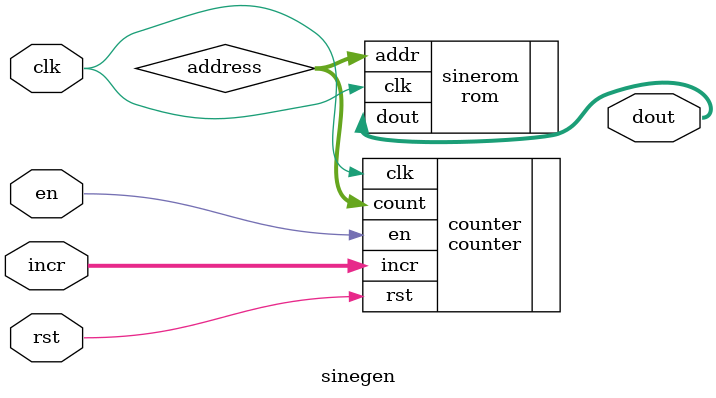
<source format=sv>
module sinegen #(
    parameter A_WIDTH = 8,
              D_WIDTH = 8
)(
    input logic     clk,
    input logic     rst,
    input logic     en,
    input logic [D_WIDTH-1:0] incr,
    output logic [D_WIDTH-1:0] dout
);

logic [A_WIDTH-1:0] address;


counter counter (
    .clk (clk),
    .rst (rst),
    .en (en),
    .incr (incr),
    .count (address)
);

rom sinerom (
    .clk(clk),
    .addr (address),
    .dout (dout),
);

endmodule

</source>
